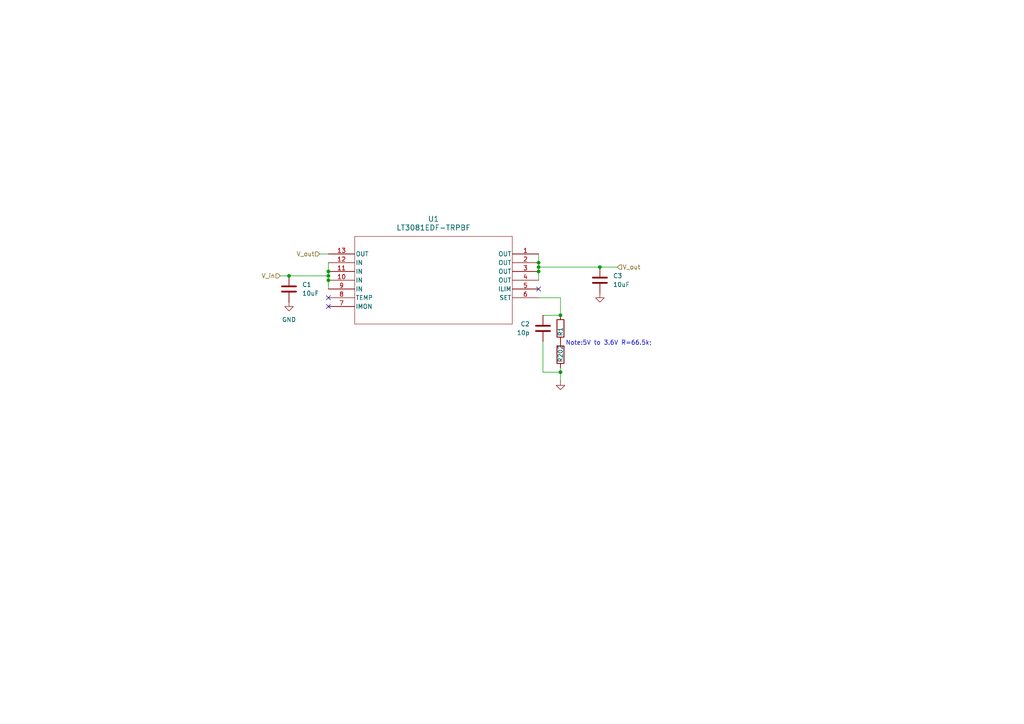
<source format=kicad_sch>
(kicad_sch (version 20250114) (generator "eeschema") (generator_version "9.0")
  (paper "A4")
  (lib_symbols
    (symbol "0_lib:LT3081EDF-TRPBF" (pin_names (offset 0.254))
      (property "Reference" "U" (at 30.48 10.16 0))
      (property "Value" "LT3081EDF-TRPBF" (at 30.48 7.62 0))
      (symbol "LT3081EDF-TRPBF_0_1"
        (polyline (pts (xy 7.62 5.08) (xy 7.62 -20.32)) (stroke (width 0.127)))
        (polyline (pts (xy 7.62 -20.32) (xy 53.34 -20.32)) (stroke (width 0.127)))
        (polyline (pts (xy 53.34 5.08) (xy 7.62 5.08)) (stroke (width 0.127)))
        (polyline (pts (xy 53.34 -20.32) (xy 53.34 5.08)) (stroke (width 0.127)))
        (pin output line (at 0 0 0) (length 7.62) (name "OUT") (number "1"))
        (pin output line (at 0 -2.54 0) (length 7.62) (name "OUT") (number "2"))
        (pin output line (at 0 -5.08 0) (length 7.62) (name "OUT") (number "3"))
        (pin output line (at 0 -7.62 0) (length 7.62) (name "OUT") (number "4"))
        (pin unspecified line (at 0 -10.16 0) (length 7.62) (name "ILIM") (number "5"))
        (pin unspecified line (at 0 -12.7 0) (length 7.62) (name "SET") (number "6"))
        (pin output line (at 60.96 0 180) (length 7.62) (name "OUT") (number "13"))
        (pin input line (at 60.96 -2.54 180) (length 7.62) (name "IN") (number "12"))
        (pin input line (at 60.96 -5.08 180) (length 7.62) (name "IN") (number "11"))
        (pin input line (at 60.96 -7.62 180) (length 7.62) (name "IN") (number "10"))
        (pin input line (at 60.96 -10.16 180) (length 7.62) (name "IN") (number "9"))
        (pin unspecified line (at 60.96 -12.7 180) (length 7.62) (name "TEMP") (number "8"))
        (pin unspecified line (at 60.96 -15.24 180) (length 7.62) (name "IMON") (number "7"))
      )
    )
    (symbol "Device:C" (pin_numbers (hide yes)) (pin_names (offset 0.254))
      (property "Reference" "C" (at 0.635 2.54 0))
      (property "Value" "C" (at 0.635 -2.54 0))
      (symbol "C_0_1"
        (polyline (pts (xy -2.032 0.762) (xy 2.032 0.762)) (stroke (width 0.508)))
        (polyline (pts (xy -2.032 -0.762) (xy 2.032 -0.762)) (stroke (width 0.508)))
      )
      (symbol "C_1_1"
        (pin passive line (at 0 3.81 270) (length 2.794) (name "~") (number "1"))
        (pin passive line (at 0 -3.81 90) (length 2.794) (name "~") (number "2"))
      )
    )
    (symbol "Device:R" (pin_numbers (hide yes)) (pin_names (offset 0))
      (property "Reference" "R" (at 2.032 0 90))
      (property "Value" "R" (at 0 0 90))
      (symbol "R_0_1"
        (rectangle (start -1.016 -2.54) (end 1.016 2.54) (stroke (width 0.254)))
      )
      (symbol "R_1_1"
        (pin passive line (at 0 3.81 270) (length 1.27) (name "~") (number "1"))
        (pin passive line (at 0 -3.81 90) (length 1.27) (name "~") (number "2"))
      )
    )
    (symbol "power:GND" (power) (pin_numbers (hide yes)) (pin_names (offset 0) (hide yes))
      (property "Value" "GND" (at 0 -3.81 0))
      (symbol "GND_0_1"
        (polyline (pts (xy 0 0) (xy 0 -1.27) (xy 1.27 -1.27) (xy 0 -2.54) (xy -1.27 -1.27) (xy 0 -1.27)))
      )
      (symbol "GND_1_1"
        (pin power_in line (at 0 0 270) (length 0) (name "~") (number "1"))
      )
    )
  )
  (text "Note:5V to 3.6V R=66.5k;" (at 176.53 99.568 0) (effects (font (size 1.27 1.27))))
  (junction (at 156.21 78.74))
  (junction (at 95.25 81.28))
  (junction (at 95.25 78.74))
  (junction (at 95.25 80.01))
  (junction (at 162.56 91.44))
  (junction (at 83.82 80.01))
  (junction (at 162.56 107.95))
  (junction (at 173.99 77.47))
  (junction (at 156.21 76.2))
  (junction (at 156.21 77.47))
  (no_connect (at 95.25 86.36))
  (no_connect (at 156.21 83.82))
  (no_connect (at 95.25 88.9))
  (wire (pts (xy 162.56 110.49) (xy 162.56 107.95)))
  (wire (pts (xy 157.48 91.44) (xy 162.56 91.44)))
  (wire (pts (xy 156.21 77.47) (xy 173.99 77.47)))
  (wire (pts (xy 81.28 80.01) (xy 83.82 80.01)))
  (wire (pts (xy 157.48 107.95) (xy 162.56 107.95)))
  (wire (pts (xy 156.21 78.74) (xy 156.21 81.28)))
  (wire (pts (xy 156.21 73.66) (xy 156.21 76.2)))
  (wire (pts (xy 173.99 77.47) (xy 179.07 77.47)))
  (wire (pts (xy 156.21 76.2) (xy 156.21 77.47)))
  (wire (pts (xy 162.56 107.95) (xy 162.56 106.68)))
  (wire (pts (xy 156.21 77.47) (xy 156.21 78.74)))
  (wire (pts (xy 83.82 80.01) (xy 95.25 80.01)))
  (wire (pts (xy 95.25 80.01) (xy 95.25 81.28)))
  (wire (pts (xy 95.25 81.28) (xy 95.25 83.82)))
  (wire (pts (xy 95.25 78.74) (xy 95.25 80.01)))
  (wire (pts (xy 162.56 86.36) (xy 162.56 91.44)))
  (wire (pts (xy 162.56 86.36) (xy 156.21 86.36)))
  (wire (pts (xy 157.48 107.95) (xy 157.48 99.06)))
  (wire (pts (xy 92.71 73.66) (xy 95.25 73.66)))
  (wire (pts (xy 95.25 76.2) (xy 95.25 78.74)))
  (hierarchical_label "V_out" (shape input) (at 179.07 77.47 0))
  (hierarchical_label "V_out" (shape input) (at 92.71 73.66 180))
  (hierarchical_label "V_in" (shape input) (at 81.28 80.01 180))
  (symbol (lib_id "power:GND") (at 173.99 85.09 0) (unit 1)
    (property "Reference" "#PWR0203" (effects (hide yes)))
    (property "Value" "GND" (effects (hide yes)))
    (property "Description" "Power symbol creates a global label with name \"GND\" , ground" (effects (hide yes)))
    (instances (project "Spartan7_PSU_Stamp_V0" (path "" (reference "#PWR07") (unit 1)) (path "" (reference "#PWR010") (unit 1))) (project "Spartan7_PSU_Stamp_V0" (path "" (reference "#PWR0203") (unit 1))))
  )
  (symbol (lib_id "power:GND") (at 162.56 110.49 0) (unit 1)
    (property "Reference" "#PWR0202" (effects (hide yes)))
    (property "Value" "GND" (effects (hide yes)))
    (property "Description" "Power symbol creates a global label with name \"GND\" , ground" (effects (hide yes)))
    (instances (project "Spartan7_PSU_Stamp_V0" (path "" (reference "#PWR06") (unit 1)) (path "" (reference "#PWR09") (unit 1))) (project "Spartan7_PSU_Stamp_V0" (path "" (reference "#PWR0202") (unit 1))))
  )
  (symbol (lib_id "Device:C") (at 173.99 81.28 0) (unit 1)
    (property "Reference" "C203" (at 177.8 80.0099 0) (effects (justify left)))
    (property "Value" "10uF" (at 177.8 82.5499 0) (effects (justify left)))
    (property "Footprint" "Capacitor_SMD:C_0805_2012Metric" (effects (hide yes)))
    (property "Description" "Unpolarized capacitor" (effects (hide yes)))
    (instances (project "Spartan7_PSU_Stamp_V0" (path "" (reference "C3") (unit 1)) (path "" (reference "C6") (unit 1))) (project "Spartan7_PSU_Stamp_V0" (path "" (reference "C203") (unit 1))))
  )
  (symbol (lib_id "Device:R") (at 162.56 102.87 0) (unit 1)
    (property "Reference" "R202" (at 162.56 105.156 90) (effects (justify left)))
    (property "Value" "40k" (effects (hide yes)))
    (property "Footprint" "Resistor_SMD:R_0603_1608Metric" (effects (hide yes)))
    (property "Description" "Resistor" (effects (hide yes)))
  )
  (symbol (lib_id "0_lib:LT3081EDF-TRPBF") (at 156.21 73.66 0) (mirror y) (unit 1)
    (property "Reference" "U201" (at 125.73 63.5 0) (effects (font (size 1.524 1.524))))
    (property "Value" "LT3081EDF-TRPBF" (at 125.73 66.04 0) (effects (font (size 1.524 1.524))))
    (property "Footprint" "0_lib:DFN-12_DF_LIT" (effects (hide yes)))
    (property "Datasheet" "https://www.analog.com/media/en/technical-documentation/data-sheets/3081fc.pdf" (effects (hide yes)))
    (instances (project "" (path "" (reference "U1") (unit 1)) (path "" (reference "U2") (unit 1))) (project "" (path "" (reference "U201") (unit 1))))
  )
  (symbol (lib_id "power:GND") (at 83.82 87.63 0) (unit 1)
    (property "Reference" "#PWR0201" (effects (hide yes)))
    (property "Value" "GND" (at 83.82 92.71 0))
    (property "Description" "Power symbol creates a global label with name \"GND\" , ground" (effects (hide yes)))
    (instances (project "Spartan7_PSU_Stamp_V0" (path "" (reference "#PWR05") (unit 1)) (path "" (reference "#PWR08") (unit 1))) (project "Spartan7_PSU_Stamp_V0" (path "" (reference "#PWR0201") (unit 1))))
  )
  (symbol (lib_id "Device:C") (at 157.48 95.25 0) (mirror y) (unit 1)
    (property "Reference" "C202" (at 153.67 93.9799 0) (effects (justify left)))
    (property "Value" "10p" (at 153.67 96.5199 0) (effects (justify left)))
    (property "Footprint" "Capacitor_SMD:C_0603_1608Metric" (effects (hide yes)))
    (property "Description" "Unpolarized capacitor" (effects (hide yes)))
    (instances (project "Spartan7_PSU_Stamp_V0" (path "" (reference "C2") (unit 1)) (path "" (reference "C5") (unit 1))) (project "Spartan7_PSU_Stamp_V0" (path "" (reference "C202") (unit 1))))
  )
  (symbol (lib_id "Device:R") (at 162.56 95.25 0) (unit 1)
    (property "Reference" "R201" (at 162.56 97.536 90) (effects (justify left)))
    (property "Value" "40k" (effects (hide yes)))
    (property "Footprint" "Resistor_SMD:R_0603_1608Metric" (effects (hide yes)))
    (property "Description" "Resistor" (effects (hide yes)))
    (instances (project "" (path "" (reference "R1") (unit 1)) (path "" (reference "R2") (unit 1))) (project "" (path "" (reference "R201") (unit 1))))
  )
  (symbol (lib_id "Device:C") (at 83.82 83.82 0) (unit 1)
    (property "Reference" "C201" (at 87.63 82.5499 0) (effects (justify left)))
    (property "Value" "10uF" (at 87.63 85.0899 0) (effects (justify left)))
    (property "Footprint" "Capacitor_SMD:C_0805_2012Metric" (effects (hide yes)))
    (property "Description" "Unpolarized capacitor" (effects (hide yes)))
    (instances (project "" (path "" (reference "C1") (unit 1)) (path "" (reference "C4") (unit 1))) (project "" (path "" (reference "C201") (unit 1))))
  )
)
</source>
